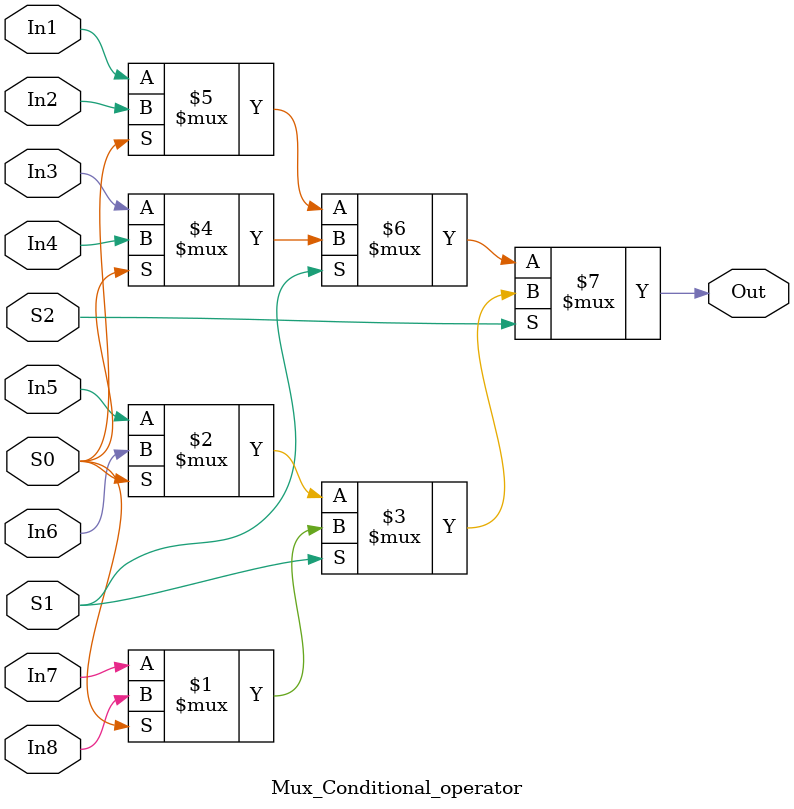
<source format=v>
`timescale 1ns / 1ps


module Mux_Conditional_operator(Out, S0, S1, S2, In1, In2, In3, In4, In5, In6, In7, In8);
input S0, S1, S2, In1, In2, In3, In4, In5, In6, In7, In8;
output Out;


// 
// assign Out = condition ? True : False;
// assign Out = S ? In2 : In1;    // 2-to-1 
// assign Out = S0 ? (S1 ? In4 : In3) : (S1 ? In2 : In1); // 4-to-1 Mux
// 8-to-1 Mux
assign Out = S2 ? (S1 ? (S0 ? In8 : In7) : (S0 ? In6 : In5)) : (S1 ? (S0 ? In4:In3) : (S0 ? In2 : In1)); 

endmodule

</source>
